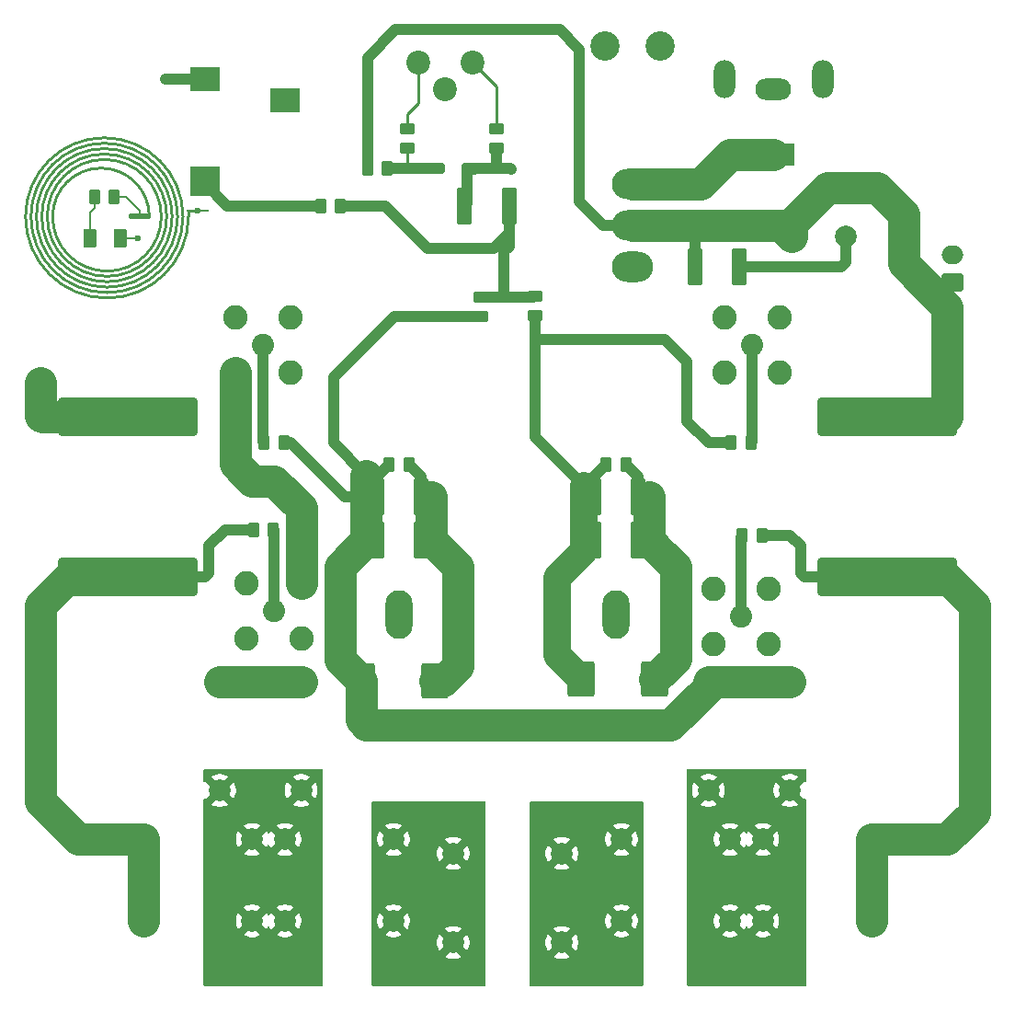
<source format=gtl>
%TF.GenerationSoftware,KiCad,Pcbnew,9.0.0*%
%TF.CreationDate,2025-05-27T01:04:57-04:00*%
%TF.ProjectId,PlasmaTransformer-DualFET,506c6173-6d61-4547-9261-6e73666f726d,rev?*%
%TF.SameCoordinates,Original*%
%TF.FileFunction,Copper,L1,Top*%
%TF.FilePolarity,Positive*%
%FSLAX46Y46*%
G04 Gerber Fmt 4.6, Leading zero omitted, Abs format (unit mm)*
G04 Created by KiCad (PCBNEW 9.0.0) date 2025-05-27 01:04:57*
%MOMM*%
%LPD*%
G01*
G04 APERTURE LIST*
G04 Aperture macros list*
%AMRoundRect*
0 Rectangle with rounded corners*
0 $1 Rounding radius*
0 $2 $3 $4 $5 $6 $7 $8 $9 X,Y pos of 4 corners*
0 Add a 4 corners polygon primitive as box body*
4,1,4,$2,$3,$4,$5,$6,$7,$8,$9,$2,$3,0*
0 Add four circle primitives for the rounded corners*
1,1,$1+$1,$2,$3*
1,1,$1+$1,$4,$5*
1,1,$1+$1,$6,$7*
1,1,$1+$1,$8,$9*
0 Add four rect primitives between the rounded corners*
20,1,$1+$1,$2,$3,$4,$5,0*
20,1,$1+$1,$4,$5,$6,$7,0*
20,1,$1+$1,$6,$7,$8,$9,0*
20,1,$1+$1,$8,$9,$2,$3,0*%
G04 Aperture macros list end*
%TA.AperFunction,EtchedComponent*%
%ADD10C,0.250000*%
%TD*%
%TA.AperFunction,ComponentPad*%
%ADD11O,2.500000X4.500000*%
%TD*%
%TA.AperFunction,ComponentPad*%
%ADD12R,2.500000X4.500000*%
%TD*%
%TA.AperFunction,ComponentPad*%
%ADD13C,2.050000*%
%TD*%
%TA.AperFunction,ComponentPad*%
%ADD14C,2.250000*%
%TD*%
%TA.AperFunction,ComponentPad*%
%ADD15R,2.000000X2.000000*%
%TD*%
%TA.AperFunction,ComponentPad*%
%ADD16C,2.000000*%
%TD*%
%TA.AperFunction,SMDPad,CuDef*%
%ADD17RoundRect,0.250000X-0.262500X-0.450000X0.262500X-0.450000X0.262500X0.450000X-0.262500X0.450000X0*%
%TD*%
%TA.AperFunction,SMDPad,CuDef*%
%ADD18RoundRect,0.250000X0.262500X0.450000X-0.262500X0.450000X-0.262500X-0.450000X0.262500X-0.450000X0*%
%TD*%
%TA.AperFunction,SMDPad,CuDef*%
%ADD19RoundRect,0.250000X-0.450000X0.262500X-0.450000X-0.262500X0.450000X-0.262500X0.450000X0.262500X0*%
%TD*%
%TA.AperFunction,SMDPad,CuDef*%
%ADD20RoundRect,0.250002X6.149998X-1.499998X6.149998X1.499998X-6.149998X1.499998X-6.149998X-1.499998X0*%
%TD*%
%TA.AperFunction,SMDPad,CuDef*%
%ADD21RoundRect,0.250000X1.000000X-1.400000X1.000000X1.400000X-1.000000X1.400000X-1.000000X-1.400000X0*%
%TD*%
%TA.AperFunction,SMDPad,CuDef*%
%ADD22RoundRect,0.249999X0.450001X1.450001X-0.450001X1.450001X-0.450001X-1.450001X0.450001X-1.450001X0*%
%TD*%
%TA.AperFunction,SMDPad,CuDef*%
%ADD23RoundRect,0.249999X-0.450001X-1.450001X0.450001X-1.450001X0.450001X1.450001X-0.450001X1.450001X0*%
%TD*%
%TA.AperFunction,SMDPad,CuDef*%
%ADD24RoundRect,0.250000X0.375000X0.625000X-0.375000X0.625000X-0.375000X-0.625000X0.375000X-0.625000X0*%
%TD*%
%TA.AperFunction,ComponentPad*%
%ADD25O,3.800000X2.800000*%
%TD*%
%TA.AperFunction,ComponentPad*%
%ADD26C,2.700000*%
%TD*%
%TA.AperFunction,SMDPad,CuDef*%
%ADD27RoundRect,0.250002X-6.149998X1.499998X-6.149998X-1.499998X6.149998X-1.499998X6.149998X1.499998X0*%
%TD*%
%TA.AperFunction,ComponentPad*%
%ADD28R,4.000000X2.000000*%
%TD*%
%TA.AperFunction,ComponentPad*%
%ADD29O,3.300000X2.000000*%
%TD*%
%TA.AperFunction,ComponentPad*%
%ADD30O,2.000000X3.500000*%
%TD*%
%TA.AperFunction,ComponentPad*%
%ADD31RoundRect,0.250000X0.750000X-0.600000X0.750000X0.600000X-0.750000X0.600000X-0.750000X-0.600000X0*%
%TD*%
%TA.AperFunction,ComponentPad*%
%ADD32O,2.000000X1.700000*%
%TD*%
%TA.AperFunction,SMDPad,CuDef*%
%ADD33R,2.800000X2.200000*%
%TD*%
%TA.AperFunction,SMDPad,CuDef*%
%ADD34R,2.800000X2.800000*%
%TD*%
%TA.AperFunction,SMDPad,CuDef*%
%ADD35RoundRect,0.250000X-0.250000X-0.250000X0.250000X-0.250000X0.250000X0.250000X-0.250000X0.250000X0*%
%TD*%
%TA.AperFunction,SMDPad,CuDef*%
%ADD36RoundRect,0.250000X0.450000X-0.262500X0.450000X0.262500X-0.450000X0.262500X-0.450000X-0.262500X0*%
%TD*%
%TA.AperFunction,SMDPad,CuDef*%
%ADD37RoundRect,0.062500X-0.937500X-0.062500X0.937500X-0.062500X0.937500X0.062500X-0.937500X0.062500X0*%
%TD*%
%TA.AperFunction,SMDPad,CuDef*%
%ADD38RoundRect,0.075000X-0.925000X-0.175000X0.925000X-0.175000X0.925000X0.175000X-0.925000X0.175000X0*%
%TD*%
%TA.AperFunction,ComponentPad*%
%ADD39C,2.200000*%
%TD*%
%TA.AperFunction,ViaPad*%
%ADD40C,1.000000*%
%TD*%
%TA.AperFunction,ViaPad*%
%ADD41C,0.600000*%
%TD*%
%TA.AperFunction,Conductor*%
%ADD42C,1.000000*%
%TD*%
%TA.AperFunction,Conductor*%
%ADD43C,3.000000*%
%TD*%
%TA.AperFunction,Conductor*%
%ADD44C,2.000000*%
%TD*%
%TA.AperFunction,Conductor*%
%ADD45C,2.500000*%
%TD*%
%TA.AperFunction,Conductor*%
%ADD46C,0.250000*%
%TD*%
%TA.AperFunction,Conductor*%
%ADD47C,0.200000*%
%TD*%
G04 APERTURE END LIST*
D10*
%TO.C,L1*%
X70612500Y-72687500D02*
X71112500Y-72687500D01*
X70612500Y-73187500D02*
X70612500Y-72687500D01*
X55612500Y-73187500D02*
G75*
G02*
X70112500Y-73187500I7250000J0D01*
G01*
X56112500Y-73187500D02*
G75*
G02*
X69612500Y-73187500I6750000J0D01*
G01*
X56612500Y-73187500D02*
G75*
G02*
X69112500Y-73187500I6250000J0D01*
G01*
X57112500Y-73187500D02*
G75*
G02*
X68612500Y-73187500I5750000J0D01*
G01*
X57612500Y-73187500D02*
G75*
G02*
X68112500Y-73187500I5250000J0D01*
G01*
X58112500Y-73187500D02*
G75*
G02*
X67012500Y-73187500I4450000J10112D01*
G01*
X68112500Y-73187500D02*
G75*
G02*
X58112500Y-73187500I-5000000J-25000D01*
G01*
X68612500Y-73187500D02*
G75*
G02*
X57612500Y-73187500I-5500000J0D01*
G01*
X69112500Y-73187500D02*
G75*
G02*
X57112500Y-73187500I-6000000J0D01*
G01*
X69612500Y-73187500D02*
G75*
G02*
X56612500Y-73187500I-6500000J0D01*
G01*
X70112500Y-73187500D02*
G75*
G02*
X56112500Y-73187500I-7000000J0D01*
G01*
X70612500Y-73187500D02*
G75*
G02*
X55612500Y-73187500I-7500000J0D01*
G01*
%TD*%
D11*
%TO.P,Q2,3,S*%
%TO.N,GND*%
X95450000Y-109860000D03*
%TO.P,Q2,2,D*%
%TO.N,/DRAIN2*%
X90000000Y-109860000D03*
D12*
%TO.P,Q2,1,G*%
%TO.N,/GATE2*%
X84550000Y-109860000D03*
%TD*%
D13*
%TO.P,J10,1,In*%
%TO.N,/GATE1-C*%
X122540000Y-85000000D03*
D14*
%TO.P,J10,2,Ext*%
%TO.N,GND*%
X120000000Y-82460000D03*
X120000000Y-87540000D03*
X125080000Y-82460000D03*
X125080000Y-87540000D03*
%TD*%
D13*
%TO.P,J9,1,In*%
%TO.N,/GATE2-C*%
X77500000Y-85040000D03*
D14*
%TO.P,J9,2,Ext*%
%TO.N,GND*%
X74960000Y-82500000D03*
X74960000Y-87580000D03*
X80040000Y-82500000D03*
X80040000Y-87580000D03*
%TD*%
D13*
%TO.P,J4,1,In*%
%TO.N,/DRAIN2-C*%
X78460000Y-109460000D03*
D14*
%TO.P,J4,2,Ext*%
%TO.N,GND*%
X75920000Y-106920000D03*
X75920000Y-112000000D03*
X81000000Y-106920000D03*
X81000000Y-112000000D03*
%TD*%
D13*
%TO.P,J3,1,In*%
%TO.N,/DRAIN1-C*%
X121500000Y-110000000D03*
D14*
%TO.P,J3,2,Ext*%
%TO.N,GND*%
X118960000Y-112540000D03*
X124040000Y-112540000D03*
X118960000Y-107460000D03*
X124040000Y-107460000D03*
%TD*%
D15*
%TO.P,C2,1*%
%TO.N,/VPWR*%
X126132323Y-75000000D03*
D16*
%TO.P,C2,2*%
%TO.N,GND*%
X131132323Y-75000000D03*
%TD*%
%TO.P,C23,1*%
%TO.N,Net-(C15-Pad2)*%
X73500000Y-126000000D03*
%TO.P,C23,2*%
%TO.N,/GATE1*%
X73500000Y-116000000D03*
%TD*%
%TO.P,C22,1*%
%TO.N,Net-(C1-Pad1)*%
X126000000Y-126000000D03*
%TO.P,C22,2*%
%TO.N,/GATE2*%
X126000000Y-116000000D03*
%TD*%
%TO.P,C14,2*%
%TO.N,Net-(C1-Pad1)*%
X123500000Y-138000000D03*
%TO.P,C14,1*%
%TO.N,/DRAIN1*%
X133500000Y-138000000D03*
%TD*%
D17*
%TO.P,R15,1*%
%TO.N,/GATE1*%
X120587500Y-94000000D03*
%TO.P,R15,2*%
%TO.N,/GATE1-C*%
X122412500Y-94000000D03*
%TD*%
D18*
%TO.P,R14,1*%
%TO.N,/GATE2*%
X79412500Y-94000000D03*
%TO.P,R14,2*%
%TO.N,/GATE2-C*%
X77587500Y-94000000D03*
%TD*%
D17*
%TO.P,R12,1*%
%TO.N,/DRAIN2*%
X76587500Y-102000000D03*
%TO.P,R12,2*%
%TO.N,/DRAIN2-C*%
X78412500Y-102000000D03*
%TD*%
%TO.P,R11,1*%
%TO.N,/GATE2*%
X89087500Y-96000000D03*
%TO.P,R11,2*%
%TO.N,GND*%
X90912500Y-96000000D03*
%TD*%
%TO.P,R10,1*%
%TO.N,/GATE1*%
X109087500Y-96000000D03*
%TO.P,R10,2*%
%TO.N,GND*%
X110912500Y-96000000D03*
%TD*%
D19*
%TO.P,R8,1*%
%TO.N,Net-(C11-Pad2)*%
X102500000Y-80487500D03*
%TO.P,R8,2*%
%TO.N,/GATE1*%
X102500000Y-82312500D03*
%TD*%
D20*
%TO.P,L3,2,2*%
%TO.N,/VPWR*%
X65000000Y-91650000D03*
%TO.P,L3,1,1*%
%TO.N,/DRAIN2*%
X65000000Y-106350000D03*
%TD*%
D21*
%TO.P,D4,2,A*%
%TO.N,GND*%
X93300000Y-115900000D03*
%TO.P,D4,1,K*%
%TO.N,/GATE2*%
X86500000Y-115900000D03*
%TD*%
D16*
%TO.P,C21,1*%
%TO.N,Net-(C15-Pad2)*%
X81000000Y-126000000D03*
%TO.P,C21,2*%
%TO.N,/GATE1*%
X81000000Y-116000000D03*
%TD*%
%TO.P,C20,1*%
%TO.N,Net-(C1-Pad1)*%
X118500000Y-126000000D03*
%TO.P,C20,2*%
%TO.N,/GATE2*%
X118500000Y-116000000D03*
%TD*%
D22*
%TO.P,C19,1*%
%TO.N,GND*%
X121350000Y-77800000D03*
%TO.P,C19,2*%
%TO.N,/VPWR*%
X117250000Y-77800000D03*
%TD*%
D16*
%TO.P,C18,1*%
%TO.N,Net-(C15-Pad2)*%
X79500000Y-138000000D03*
%TO.P,C18,2*%
%TO.N,Net-(J12-Pin_1)*%
X89500000Y-138000000D03*
%TD*%
%TO.P,C17,1*%
%TO.N,/DRAIN2*%
X66500000Y-138000000D03*
%TO.P,C17,2*%
%TO.N,Net-(C15-Pad2)*%
X76500000Y-138000000D03*
%TD*%
%TO.P,C16,1*%
%TO.N,Net-(C15-Pad2)*%
X79500000Y-130500000D03*
%TO.P,C16,2*%
%TO.N,Net-(J12-Pin_1)*%
X89500000Y-130500000D03*
%TD*%
%TO.P,C15,1*%
%TO.N,/DRAIN2*%
X66500000Y-130500000D03*
%TO.P,C15,2*%
%TO.N,Net-(C15-Pad2)*%
X76500000Y-130500000D03*
%TD*%
%TO.P,C13,1*%
%TO.N,/DRAIN1*%
X133500000Y-130500000D03*
%TO.P,C13,2*%
%TO.N,Net-(C1-Pad1)*%
X123500000Y-130500000D03*
%TD*%
%TO.P,C12,1*%
%TO.N,Net-(C1-Pad1)*%
X120500000Y-130500000D03*
%TO.P,C12,2*%
%TO.N,Net-(J11-Pin_1)*%
X110500000Y-130500000D03*
%TD*%
D23*
%TO.P,C10,1*%
%TO.N,/GATE2*%
X87950000Y-103000000D03*
%TO.P,C10,2*%
%TO.N,GND*%
X92050000Y-103000000D03*
%TD*%
%TO.P,C9,1*%
%TO.N,/GATE2*%
X87950000Y-99000000D03*
%TO.P,C9,2*%
%TO.N,GND*%
X92050000Y-99000000D03*
%TD*%
%TO.P,C8,1*%
%TO.N,/GATE1*%
X107950000Y-99000000D03*
%TO.P,C8,2*%
%TO.N,GND*%
X112050000Y-99000000D03*
%TD*%
%TO.P,C7,1*%
%TO.N,/GATE1*%
X107950000Y-103000000D03*
%TO.P,C7,2*%
%TO.N,GND*%
X112050000Y-103000000D03*
%TD*%
D16*
%TO.P,C1,1*%
%TO.N,Net-(C1-Pad1)*%
X120500000Y-138000000D03*
%TO.P,C1,2*%
%TO.N,Net-(J11-Pin_1)*%
X110500000Y-138000000D03*
%TD*%
D24*
%TO.P,D3,1,K*%
%TO.N,Net-(D3-K)*%
X64387500Y-75187500D03*
%TO.P,D3,2,A*%
%TO.N,Net-(D3-A)*%
X61587500Y-75187500D03*
%TD*%
D25*
%TO.P,SW1,1,A*%
%TO.N,/VIN*%
X111500000Y-70190000D03*
%TO.P,SW1,2,B*%
%TO.N,/VPWR*%
X111500000Y-74000000D03*
%TO.P,SW1,3,C*%
%TO.N,unconnected-(SW1-C-Pad3)*%
X111500000Y-77810000D03*
D26*
%TO.P,SW1,M1*%
%TO.N,N/C*%
X114040000Y-57490000D03*
%TO.P,SW1,M2*%
X108960000Y-57490000D03*
%TD*%
D18*
%TO.P,R13,1*%
%TO.N,Net-(L1-Pad2)*%
X63800000Y-71387500D03*
%TO.P,R13,2*%
%TO.N,Net-(D3-A)*%
X61975000Y-71387500D03*
%TD*%
D16*
%TO.P,J12,1,Pin_1*%
%TO.N,Net-(J12-Pin_1)*%
X95000000Y-140000000D03*
X95000000Y-131800001D03*
%TD*%
D27*
%TO.P,L2,2,2*%
%TO.N,/DRAIN1*%
X135000000Y-106350000D03*
%TO.P,L2,1,1*%
%TO.N,/VPWR*%
X135000000Y-91650000D03*
%TD*%
D21*
%TO.P,D2,1,K*%
%TO.N,/GATE1*%
X106750000Y-115750000D03*
%TO.P,D2,2,A*%
%TO.N,GND*%
X113550000Y-115750000D03*
%TD*%
D28*
%TO.P,J1,1*%
%TO.N,/VIN*%
X124500000Y-67500000D03*
D29*
%TO.P,J1,2*%
%TO.N,GND*%
X124500000Y-61500000D03*
D30*
%TO.P,J1,MP1*%
%TO.N,N/C*%
X120000000Y-60500000D03*
%TO.P,J1,MP2*%
X129000000Y-60500000D03*
%TD*%
D17*
%TO.P,R2,1*%
%TO.N,/VPWR*%
X87087500Y-68750000D03*
%TO.P,R2,2*%
%TO.N,Net-(D1-K)*%
X88912500Y-68750000D03*
%TD*%
D23*
%TO.P,C11,1*%
%TO.N,GND*%
X96050000Y-72200000D03*
%TO.P,C11,2*%
%TO.N,Net-(C11-Pad2)*%
X100150000Y-72200000D03*
%TD*%
D19*
%TO.P,R4,1*%
%TO.N,Net-(R4-Pad1)*%
X99000000Y-65087500D03*
%TO.P,R4,2*%
%TO.N,GND*%
X99000000Y-66912500D03*
%TD*%
D16*
%TO.P,J11,1,Pin_1*%
%TO.N,Net-(J11-Pin_1)*%
X105000000Y-140000000D03*
X105000000Y-131800001D03*
%TD*%
D31*
%TO.P,J2,1,Pin_1*%
%TO.N,/VPWR*%
X140975000Y-79250000D03*
D32*
%TO.P,J2,2,Pin_2*%
%TO.N,GND*%
X140975000Y-76750000D03*
%TD*%
D33*
%TO.P,J8,R*%
%TO.N,unconnected-(J8-PadR)*%
X79500000Y-62500000D03*
%TO.P,J8,S*%
%TO.N,GND*%
X72100000Y-60500000D03*
D34*
%TO.P,J8,T*%
%TO.N,Net-(J8-PadT)*%
X72100000Y-69900000D03*
%TD*%
D35*
%TO.P,D1,1,K*%
%TO.N,Net-(D1-K)*%
X93750000Y-68750000D03*
%TO.P,D1,2,A*%
%TO.N,GND*%
X96250000Y-68750000D03*
%TD*%
D36*
%TO.P,R3,1*%
%TO.N,Net-(D1-K)*%
X90750000Y-66912500D03*
%TO.P,R3,2*%
%TO.N,Net-(R3-Pad2)*%
X90750000Y-65087500D03*
%TD*%
D37*
%TO.P,L1,1,1*%
%TO.N,Net-(D3-K)*%
X71462500Y-72687500D03*
D38*
%TO.P,L1,2,2*%
%TO.N,Net-(L1-Pad2)*%
X66112500Y-73187500D03*
%TD*%
D17*
%TO.P,R9,1*%
%TO.N,Net-(J8-PadT)*%
X82787500Y-72200000D03*
%TO.P,R9,2*%
%TO.N,Net-(C11-Pad2)*%
X84612500Y-72200000D03*
%TD*%
D39*
%TO.P,RV1,1,1*%
%TO.N,Net-(R3-Pad2)*%
X91750000Y-59000000D03*
%TO.P,RV1,2,2*%
%TO.N,Net-(C11-Pad2)*%
X94250000Y-61500000D03*
%TO.P,RV1,3,3*%
%TO.N,Net-(R4-Pad1)*%
X96750000Y-59000000D03*
%TD*%
D19*
%TO.P,R5,1*%
%TO.N,Net-(C11-Pad2)*%
X97500000Y-80587500D03*
%TO.P,R5,2*%
%TO.N,/GATE2*%
X97500000Y-82412500D03*
%TD*%
D11*
%TO.P,Q1,3,S*%
%TO.N,GND*%
X115450000Y-109790000D03*
%TO.P,Q1,2,D*%
%TO.N,/DRAIN1*%
X110000000Y-109790000D03*
D12*
%TO.P,Q1,1,G*%
%TO.N,/GATE1*%
X104550000Y-109790000D03*
%TD*%
D18*
%TO.P,R7,2*%
%TO.N,/DRAIN1-C*%
X121587500Y-102500000D03*
%TO.P,R7,1*%
%TO.N,/DRAIN1*%
X123412500Y-102500000D03*
%TD*%
D40*
%TO.N,/VPWR*%
X57001000Y-92000000D03*
X57000000Y-88500000D03*
%TO.N,Net-(C11-Pad2)*%
X100150000Y-74700000D03*
%TO.N,/DRAIN1*%
X143000000Y-126000000D03*
X143000000Y-118000000D03*
X143000000Y-111000000D03*
%TO.N,/DRAIN2*%
X57000000Y-126000000D03*
X57000000Y-118000000D03*
X57000000Y-111000000D03*
%TO.N,GND*%
X68500000Y-60500000D03*
X100250000Y-68750000D03*
D41*
%TO.N,Net-(D3-K)*%
X65987500Y-75187500D03*
X71462500Y-72687500D03*
%TD*%
D42*
%TO.N,Net-(C11-Pad2)*%
X92600000Y-76100000D02*
X88700000Y-72200000D01*
X98750000Y-76100000D02*
X92600000Y-76100000D01*
X88700000Y-72200000D02*
X84612500Y-72200000D01*
X100150000Y-74700000D02*
X98750000Y-76100000D01*
%TO.N,Net-(J8-PadT)*%
X72100000Y-70100000D02*
X74200000Y-72200000D01*
X72100000Y-69900000D02*
X72100000Y-70100000D01*
X74200000Y-72200000D02*
X82787500Y-72200000D01*
D43*
%TO.N,GND*%
X74960000Y-95960000D02*
X76500000Y-97500000D01*
X76500000Y-97500000D02*
X78500000Y-97500000D01*
X78500000Y-97500000D02*
X81000000Y-100000000D01*
X74960000Y-87580000D02*
X74960000Y-95960000D01*
X81000000Y-100000000D02*
X81000000Y-106920000D01*
%TO.N,/VPWR*%
X57000000Y-91500000D02*
X57000000Y-88500000D01*
X57150000Y-91650000D02*
X57000000Y-91500000D01*
X65000000Y-91650000D02*
X57150000Y-91650000D01*
X136500000Y-77500000D02*
X140500000Y-81500000D01*
X140500000Y-81500000D02*
X140500000Y-91650000D01*
X136500000Y-73000000D02*
X136500000Y-77500000D01*
X129500000Y-70500000D02*
X134000000Y-70500000D01*
X134000000Y-70500000D02*
X136500000Y-73000000D01*
X126132323Y-73867677D02*
X129500000Y-70500000D01*
X140500000Y-91650000D02*
X135000000Y-91650000D01*
X126132323Y-75000000D02*
X126132323Y-73867677D01*
X117200000Y-74000000D02*
X125132323Y-74000000D01*
D42*
X87087500Y-58600000D02*
X87087500Y-68750000D01*
X106600000Y-57800000D02*
X104801000Y-56001000D01*
X104801000Y-56001000D02*
X89686500Y-56001000D01*
X89686500Y-56001000D02*
X87087500Y-58600000D01*
X108800000Y-74000000D02*
X106600000Y-71800000D01*
X111500000Y-74000000D02*
X108800000Y-74000000D01*
X106600000Y-71800000D02*
X106600000Y-57800000D01*
%TO.N,GND*%
X96250000Y-72000000D02*
X96050000Y-72200000D01*
X96250000Y-68750000D02*
X96250000Y-72000000D01*
%TO.N,Net-(C11-Pad2)*%
X100150000Y-75950000D02*
X100150000Y-72200000D01*
X99700000Y-76400000D02*
X100150000Y-75950000D01*
X99700000Y-80587500D02*
X99700000Y-76400000D01*
X99700000Y-80587500D02*
X102400000Y-80587500D01*
%TO.N,GND*%
X131132323Y-77367677D02*
X131132323Y-75000000D01*
X121350000Y-77800000D02*
X130700000Y-77800000D01*
X130700000Y-77800000D02*
X131132323Y-77367677D01*
%TO.N,/VPWR*%
X117250000Y-74050000D02*
X117200000Y-74000000D01*
X117250000Y-77800000D02*
X117250000Y-74050000D01*
%TO.N,GND*%
X97000000Y-68750000D02*
X96950000Y-68800000D01*
X97000000Y-68750000D02*
X99000000Y-68750000D01*
%TO.N,Net-(C11-Pad2)*%
X102400000Y-80587500D02*
X102500000Y-80487500D01*
X97500000Y-80587500D02*
X99700000Y-80587500D01*
%TO.N,/GATE1*%
X116500000Y-86500000D02*
X116500000Y-92000000D01*
X116500000Y-92000000D02*
X118500000Y-94000000D01*
X114500000Y-84500000D02*
X116500000Y-86500000D01*
X118500000Y-94000000D02*
X120587500Y-94000000D01*
X102500000Y-84500000D02*
X114500000Y-84500000D01*
X102500000Y-84500000D02*
X102500000Y-93500000D01*
%TO.N,/GATE2*%
X84000000Y-94000000D02*
X87000000Y-97000000D01*
X84000000Y-88000000D02*
X84000000Y-94000000D01*
X89587500Y-82412500D02*
X84000000Y-88000000D01*
D43*
X87000000Y-103000000D02*
X84550000Y-105450000D01*
X84550000Y-105450000D02*
X84550000Y-109860000D01*
D42*
X97500000Y-82412500D02*
X89587500Y-82412500D01*
D43*
X87000000Y-97000000D02*
X87000000Y-103000000D01*
D42*
%TO.N,/GATE1*%
X102500000Y-93500000D02*
X107000000Y-98000000D01*
X102500000Y-82312500D02*
X102500000Y-84500000D01*
%TO.N,/GATE2*%
X80000000Y-94000000D02*
X85000000Y-99000000D01*
X79412500Y-94000000D02*
X80000000Y-94000000D01*
X85000000Y-99000000D02*
X87950000Y-99000000D01*
%TO.N,/GATE2-C*%
X77500000Y-93912500D02*
X77587500Y-94000000D01*
X77500000Y-85040000D02*
X77500000Y-93912500D01*
%TO.N,/GATE1-C*%
X122540000Y-93872500D02*
X122412500Y-94000000D01*
X122540000Y-85000000D02*
X122540000Y-93872500D01*
%TO.N,/DRAIN1*%
X127000000Y-106000000D02*
X127350000Y-106350000D01*
X127000000Y-103500000D02*
X127000000Y-106000000D01*
X127350000Y-106350000D02*
X135000000Y-106350000D01*
X126000000Y-102500000D02*
X127000000Y-103500000D01*
X123412500Y-102500000D02*
X126000000Y-102500000D01*
%TO.N,/DRAIN1-C*%
X121500000Y-110000000D02*
X121500000Y-102712500D01*
%TO.N,/DRAIN2*%
X72500000Y-106000000D02*
X72150000Y-106350000D01*
X72500000Y-103500000D02*
X72500000Y-106000000D01*
X74000000Y-102000000D02*
X72500000Y-103500000D01*
X76587500Y-102000000D02*
X74000000Y-102000000D01*
X72150000Y-106350000D02*
X65000000Y-106350000D01*
D43*
X57000000Y-126000000D02*
X57000000Y-127000000D01*
X57000000Y-118000000D02*
X57000000Y-126000000D01*
X57000000Y-111000000D02*
X57000000Y-118000000D01*
D42*
%TO.N,/DRAIN2-C*%
X78460000Y-102047500D02*
X78412500Y-102000000D01*
X78460000Y-109460000D02*
X78460000Y-102047500D01*
D43*
%TO.N,/GATE2*%
X86500000Y-119500000D02*
X86500000Y-115900000D01*
D44*
X87000000Y-120000000D02*
X86500000Y-119500000D01*
D43*
X118500000Y-116500000D02*
X115000000Y-120000000D01*
X115000000Y-120000000D02*
X87000000Y-120000000D01*
D44*
X118500000Y-116000000D02*
X118500000Y-116500000D01*
D43*
%TO.N,/DRAIN1*%
X140500000Y-130500000D02*
X133500000Y-130500000D01*
X142999000Y-128001000D02*
X140500000Y-130500000D01*
X142999000Y-108999000D02*
X142999000Y-128001000D01*
X140350000Y-106350000D02*
X142999000Y-108999000D01*
X135000000Y-106350000D02*
X140350000Y-106350000D01*
%TO.N,/DRAIN2*%
X57000000Y-127000000D02*
X60500000Y-130500000D01*
X59650000Y-106350000D02*
X57000000Y-109000000D01*
X65000000Y-106350000D02*
X59650000Y-106350000D01*
X57000000Y-109000000D02*
X57000000Y-111000000D01*
X60500000Y-130500000D02*
X66500000Y-130500000D01*
D42*
%TO.N,/GATE2*%
X87950000Y-97137500D02*
X87950000Y-99000000D01*
X89087500Y-96000000D02*
X87950000Y-97137500D01*
%TO.N,GND*%
X92050000Y-97137500D02*
X90912500Y-96000000D01*
X92050000Y-99000000D02*
X92050000Y-97137500D01*
%TO.N,/GATE1*%
X107950000Y-97137500D02*
X109087500Y-96000000D01*
X107950000Y-99000000D02*
X107950000Y-97137500D01*
%TO.N,GND*%
X112050000Y-97137500D02*
X110912500Y-96000000D01*
X112050000Y-99000000D02*
X112050000Y-97137500D01*
D45*
%TO.N,/GATE1*%
X107000000Y-104000000D02*
X107000000Y-98000000D01*
X104550000Y-106450000D02*
X107000000Y-104000000D01*
X104550000Y-109790000D02*
X104550000Y-106450000D01*
D43*
%TO.N,GND*%
X114000000Y-104000000D02*
X113000000Y-103000000D01*
X115450000Y-105450000D02*
X114000000Y-104000000D01*
X113000000Y-103000000D02*
X113000000Y-99000000D01*
X115450000Y-109790000D02*
X115450000Y-105450000D01*
X93000000Y-103000000D02*
X93000000Y-99000000D01*
X94000000Y-104000000D02*
X93000000Y-103000000D01*
X95450000Y-105450000D02*
X94000000Y-104000000D01*
X95450000Y-109860000D02*
X95450000Y-105450000D01*
%TO.N,/GATE2*%
X118500000Y-116000000D02*
X126000000Y-116000000D01*
%TO.N,/GATE1*%
X73500000Y-116000000D02*
X81000000Y-116000000D01*
%TO.N,/GATE2*%
X84550000Y-113950000D02*
X86500000Y-115900000D01*
X84550000Y-109860000D02*
X84550000Y-113950000D01*
%TO.N,GND*%
X94100000Y-115900000D02*
X95450000Y-114550000D01*
X95450000Y-114550000D02*
X95450000Y-109860000D01*
X93300000Y-115900000D02*
X94100000Y-115900000D01*
%TO.N,/DRAIN1*%
X133500000Y-135000000D02*
X133500000Y-138000000D01*
X133500000Y-130500000D02*
X133500000Y-135000000D01*
%TO.N,/DRAIN2*%
X66500000Y-134000000D02*
X66500000Y-138000000D01*
X66500000Y-130500000D02*
X66500000Y-134000000D01*
%TO.N,/VPWR*%
X125132323Y-74000000D02*
X126132323Y-75000000D01*
X111500000Y-74000000D02*
X117200000Y-74000000D01*
D42*
%TO.N,GND*%
X99000000Y-68750000D02*
X100250000Y-68750000D01*
X100300000Y-68800000D02*
X100250000Y-68750000D01*
X96250000Y-68750000D02*
X97000000Y-68750000D01*
D43*
X115450000Y-113850000D02*
X113550000Y-115750000D01*
D42*
X72100000Y-60500000D02*
X68500000Y-60500000D01*
X99000000Y-66912500D02*
X99000000Y-68750000D01*
D43*
X115450000Y-109790000D02*
X115450000Y-113850000D01*
D42*
%TO.N,Net-(D1-K)*%
X90750000Y-68750000D02*
X88912500Y-68750000D01*
D46*
X90750000Y-66912500D02*
X90750000Y-68750000D01*
D42*
X93750000Y-68750000D02*
X90750000Y-68750000D01*
D46*
%TO.N,Net-(R3-Pad2)*%
X91750000Y-59000000D02*
X91750000Y-62750000D01*
X91750000Y-62750000D02*
X90750000Y-63750000D01*
X90750000Y-63750000D02*
X90750000Y-65087500D01*
%TO.N,Net-(R4-Pad1)*%
X96750000Y-59000000D02*
X99000000Y-61250000D01*
X99000000Y-61250000D02*
X99000000Y-65087500D01*
D43*
%TO.N,/VIN*%
X120500000Y-67500000D02*
X124500000Y-67500000D01*
X111500000Y-70190000D02*
X117810000Y-70190000D01*
X117810000Y-70190000D02*
X120500000Y-67500000D01*
D47*
%TO.N,Net-(D3-A)*%
X61587500Y-72787500D02*
X61587500Y-75187500D01*
X61975000Y-72400000D02*
X61587500Y-72787500D01*
X61975000Y-71387500D02*
X61975000Y-72400000D01*
%TO.N,Net-(D3-K)*%
X64387500Y-75187500D02*
X65987500Y-75187500D01*
%TO.N,Net-(L1-Pad2)*%
X64887500Y-71387500D02*
X66112500Y-72612500D01*
X66112500Y-72612500D02*
X66112500Y-73187500D01*
X63800000Y-71387500D02*
X64887500Y-71387500D01*
D45*
%TO.N,/GATE1*%
X104550000Y-113550000D02*
X106750000Y-115750000D01*
X104550000Y-109790000D02*
X104550000Y-113550000D01*
%TD*%
%TA.AperFunction,Conductor*%
%TO.N,Net-(J11-Pin_1)*%
G36*
X112443039Y-127019685D02*
G01*
X112488794Y-127072489D01*
X112500000Y-127124000D01*
X112500000Y-143876000D01*
X112480315Y-143943039D01*
X112427511Y-143988794D01*
X112376000Y-144000000D01*
X102124000Y-144000000D01*
X102056961Y-143980315D01*
X102011206Y-143927511D01*
X102000000Y-143876000D01*
X102000000Y-139881947D01*
X103500000Y-139881947D01*
X103500000Y-140118052D01*
X103536934Y-140351247D01*
X103609897Y-140575802D01*
X103705748Y-140763920D01*
X104359232Y-140110436D01*
X104374979Y-140189598D01*
X104423978Y-140307890D01*
X104495112Y-140414351D01*
X104585649Y-140504888D01*
X104692110Y-140576022D01*
X104810402Y-140625021D01*
X104889562Y-140640766D01*
X104236078Y-141294250D01*
X104424197Y-141390102D01*
X104648752Y-141463065D01*
X104648751Y-141463065D01*
X104881948Y-141500000D01*
X105118052Y-141500000D01*
X105351247Y-141463065D01*
X105575802Y-141390102D01*
X105763920Y-141294250D01*
X105110436Y-140640766D01*
X105189598Y-140625021D01*
X105307890Y-140576022D01*
X105414351Y-140504888D01*
X105504888Y-140414351D01*
X105576022Y-140307890D01*
X105625021Y-140189598D01*
X105640766Y-140110436D01*
X106294250Y-140763920D01*
X106390102Y-140575802D01*
X106463065Y-140351247D01*
X106500000Y-140118052D01*
X106500000Y-139881947D01*
X106463065Y-139648752D01*
X106390102Y-139424197D01*
X106330663Y-139307541D01*
X106323891Y-139294250D01*
X109736078Y-139294250D01*
X109924197Y-139390102D01*
X110148752Y-139463065D01*
X110148751Y-139463065D01*
X110381948Y-139500000D01*
X110618052Y-139500000D01*
X110851247Y-139463065D01*
X111075802Y-139390102D01*
X111263920Y-139294250D01*
X110500000Y-138530330D01*
X109736078Y-139294250D01*
X106323891Y-139294250D01*
X106294250Y-139236078D01*
X105640766Y-139889562D01*
X105625021Y-139810402D01*
X105576022Y-139692110D01*
X105504888Y-139585649D01*
X105414351Y-139495112D01*
X105307890Y-139423978D01*
X105189598Y-139374979D01*
X105110437Y-139359233D01*
X105763920Y-138705748D01*
X105575802Y-138609897D01*
X105351247Y-138536934D01*
X105351248Y-138536934D01*
X105118052Y-138500000D01*
X104881948Y-138500000D01*
X104648752Y-138536934D01*
X104424194Y-138609898D01*
X104236078Y-138705747D01*
X104236077Y-138705747D01*
X104889563Y-139359233D01*
X104810402Y-139374979D01*
X104692110Y-139423978D01*
X104585649Y-139495112D01*
X104495112Y-139585649D01*
X104423978Y-139692110D01*
X104374979Y-139810402D01*
X104359233Y-139889563D01*
X103705747Y-139236077D01*
X103705747Y-139236078D01*
X103609898Y-139424194D01*
X103536934Y-139648752D01*
X103500000Y-139881947D01*
X102000000Y-139881947D01*
X102000000Y-137881947D01*
X109000000Y-137881947D01*
X109000000Y-138118052D01*
X109036934Y-138351247D01*
X109109897Y-138575802D01*
X109205748Y-138763920D01*
X109969670Y-138000000D01*
X109903844Y-137934174D01*
X110000000Y-137934174D01*
X110000000Y-138065826D01*
X110034075Y-138192993D01*
X110099901Y-138307007D01*
X110192993Y-138400099D01*
X110307007Y-138465925D01*
X110434174Y-138500000D01*
X110565826Y-138500000D01*
X110692993Y-138465925D01*
X110807007Y-138400099D01*
X110900099Y-138307007D01*
X110965925Y-138192993D01*
X111000000Y-138065826D01*
X111000000Y-137999999D01*
X111030330Y-137999999D01*
X111030330Y-138000000D01*
X111794250Y-138763920D01*
X111890102Y-138575802D01*
X111963065Y-138351247D01*
X112000000Y-138118052D01*
X112000000Y-137881947D01*
X111963065Y-137648752D01*
X111890102Y-137424197D01*
X111794250Y-137236078D01*
X111030330Y-137999999D01*
X111000000Y-137999999D01*
X111000000Y-137934174D01*
X110965925Y-137807007D01*
X110900099Y-137692993D01*
X110807007Y-137599901D01*
X110692993Y-137534075D01*
X110565826Y-137500000D01*
X110434174Y-137500000D01*
X110307007Y-137534075D01*
X110192993Y-137599901D01*
X110099901Y-137692993D01*
X110034075Y-137807007D01*
X110000000Y-137934174D01*
X109903844Y-137934174D01*
X109205747Y-137236077D01*
X109205747Y-137236078D01*
X109109898Y-137424194D01*
X109036934Y-137648752D01*
X109000000Y-137881947D01*
X102000000Y-137881947D01*
X102000000Y-136705747D01*
X109736077Y-136705747D01*
X110500000Y-137469670D01*
X110500001Y-137469670D01*
X111263920Y-136705748D01*
X111075802Y-136609897D01*
X110851247Y-136536934D01*
X110851248Y-136536934D01*
X110618052Y-136500000D01*
X110381948Y-136500000D01*
X110148752Y-136536934D01*
X109924194Y-136609898D01*
X109736078Y-136705747D01*
X109736077Y-136705747D01*
X102000000Y-136705747D01*
X102000000Y-131681948D01*
X103500000Y-131681948D01*
X103500000Y-131918053D01*
X103536934Y-132151248D01*
X103609897Y-132375803D01*
X103705748Y-132563921D01*
X104359232Y-131910437D01*
X104374979Y-131989599D01*
X104423978Y-132107891D01*
X104495112Y-132214352D01*
X104585649Y-132304889D01*
X104692110Y-132376023D01*
X104810402Y-132425022D01*
X104889562Y-132440767D01*
X104236078Y-133094251D01*
X104424197Y-133190103D01*
X104648752Y-133263066D01*
X104648751Y-133263066D01*
X104881948Y-133300001D01*
X105118052Y-133300001D01*
X105351247Y-133263066D01*
X105575802Y-133190103D01*
X105763920Y-133094251D01*
X105110436Y-132440767D01*
X105189598Y-132425022D01*
X105307890Y-132376023D01*
X105414351Y-132304889D01*
X105504888Y-132214352D01*
X105576022Y-132107891D01*
X105625021Y-131989599D01*
X105640766Y-131910437D01*
X106294250Y-132563921D01*
X106390102Y-132375803D01*
X106463065Y-132151248D01*
X106500000Y-131918053D01*
X106500000Y-131794250D01*
X109736078Y-131794250D01*
X109924197Y-131890102D01*
X110148752Y-131963065D01*
X110148751Y-131963065D01*
X110381948Y-132000000D01*
X110618052Y-132000000D01*
X110851247Y-131963065D01*
X111075802Y-131890102D01*
X111263920Y-131794250D01*
X110500000Y-131030330D01*
X109736078Y-131794250D01*
X106500000Y-131794250D01*
X106500000Y-131681948D01*
X106463065Y-131448753D01*
X106390102Y-131224198D01*
X106294250Y-131036079D01*
X105640766Y-131689563D01*
X105625021Y-131610403D01*
X105576022Y-131492111D01*
X105504888Y-131385650D01*
X105414351Y-131295113D01*
X105307890Y-131223979D01*
X105189598Y-131174980D01*
X105110437Y-131159234D01*
X105763920Y-130505749D01*
X105728223Y-130487560D01*
X105575802Y-130409898D01*
X105489778Y-130381947D01*
X109000000Y-130381947D01*
X109000000Y-130618052D01*
X109036934Y-130851247D01*
X109109897Y-131075802D01*
X109205748Y-131263920D01*
X109969670Y-130500000D01*
X109903844Y-130434174D01*
X110000000Y-130434174D01*
X110000000Y-130565826D01*
X110034075Y-130692993D01*
X110099901Y-130807007D01*
X110192993Y-130900099D01*
X110307007Y-130965925D01*
X110434174Y-131000000D01*
X110565826Y-131000000D01*
X110692993Y-130965925D01*
X110807007Y-130900099D01*
X110900099Y-130807007D01*
X110965925Y-130692993D01*
X111000000Y-130565826D01*
X111000000Y-130499999D01*
X111030330Y-130499999D01*
X111030330Y-130500000D01*
X111794250Y-131263920D01*
X111890102Y-131075802D01*
X111963065Y-130851247D01*
X112000000Y-130618052D01*
X112000000Y-130381947D01*
X111963065Y-130148752D01*
X111890102Y-129924197D01*
X111794250Y-129736078D01*
X111030330Y-130499999D01*
X111000000Y-130499999D01*
X111000000Y-130434174D01*
X110965925Y-130307007D01*
X110900099Y-130192993D01*
X110807007Y-130099901D01*
X110692993Y-130034075D01*
X110565826Y-130000000D01*
X110434174Y-130000000D01*
X110307007Y-130034075D01*
X110192993Y-130099901D01*
X110099901Y-130192993D01*
X110034075Y-130307007D01*
X110000000Y-130434174D01*
X109903844Y-130434174D01*
X109205747Y-129736077D01*
X109205747Y-129736078D01*
X109109898Y-129924194D01*
X109036934Y-130148752D01*
X109000000Y-130381947D01*
X105489778Y-130381947D01*
X105351247Y-130336935D01*
X105351248Y-130336935D01*
X105118052Y-130300001D01*
X104881948Y-130300001D01*
X104648752Y-130336935D01*
X104424194Y-130409899D01*
X104236078Y-130505748D01*
X104236077Y-130505748D01*
X104889563Y-131159234D01*
X104810402Y-131174980D01*
X104692110Y-131223979D01*
X104585649Y-131295113D01*
X104495112Y-131385650D01*
X104423978Y-131492111D01*
X104374979Y-131610403D01*
X104359233Y-131689564D01*
X103705747Y-131036078D01*
X103705747Y-131036079D01*
X103609898Y-131224195D01*
X103536934Y-131448753D01*
X103500000Y-131681948D01*
X102000000Y-131681948D01*
X102000000Y-129205747D01*
X109736077Y-129205747D01*
X110500000Y-129969670D01*
X110500001Y-129969670D01*
X111263920Y-129205748D01*
X111075802Y-129109897D01*
X110851247Y-129036934D01*
X110851248Y-129036934D01*
X110618052Y-129000000D01*
X110381948Y-129000000D01*
X110148752Y-129036934D01*
X109924194Y-129109898D01*
X109736078Y-129205747D01*
X109736077Y-129205747D01*
X102000000Y-129205747D01*
X102000000Y-127124000D01*
X102019685Y-127056961D01*
X102072489Y-127011206D01*
X102124000Y-127000000D01*
X112376000Y-127000000D01*
X112443039Y-127019685D01*
G37*
%TD.AperFunction*%
%TD*%
%TA.AperFunction,Conductor*%
%TO.N,Net-(C1-Pad1)*%
G36*
X127443039Y-124019685D02*
G01*
X127488794Y-124072489D01*
X127500000Y-124124000D01*
X127500000Y-125123479D01*
X127480315Y-125190518D01*
X127427511Y-125236273D01*
X127358353Y-125246217D01*
X127356603Y-125245953D01*
X127294251Y-125236077D01*
X126530330Y-125999999D01*
X126530330Y-126000000D01*
X127294251Y-126763921D01*
X127356602Y-126754046D01*
X127425896Y-126763001D01*
X127479348Y-126807997D01*
X127499987Y-126874748D01*
X127500000Y-126876519D01*
X127500000Y-143876000D01*
X127480315Y-143943039D01*
X127427511Y-143988794D01*
X127376000Y-144000000D01*
X116624000Y-144000000D01*
X116556961Y-143980315D01*
X116511206Y-143927511D01*
X116500000Y-143876000D01*
X116500000Y-139294250D01*
X119736078Y-139294250D01*
X119924197Y-139390102D01*
X120148752Y-139463065D01*
X120148751Y-139463065D01*
X120381948Y-139500000D01*
X120618052Y-139500000D01*
X120851247Y-139463065D01*
X121075802Y-139390102D01*
X121263920Y-139294250D01*
X122736078Y-139294250D01*
X122924197Y-139390102D01*
X123148752Y-139463065D01*
X123148751Y-139463065D01*
X123381948Y-139500000D01*
X123618052Y-139500000D01*
X123851247Y-139463065D01*
X124075802Y-139390102D01*
X124263920Y-139294250D01*
X123500000Y-138530330D01*
X122736078Y-139294250D01*
X121263920Y-139294250D01*
X120500000Y-138530330D01*
X119736078Y-139294250D01*
X116500000Y-139294250D01*
X116500000Y-137881947D01*
X119000000Y-137881947D01*
X119000000Y-138118052D01*
X119036934Y-138351247D01*
X119109897Y-138575802D01*
X119205748Y-138763920D01*
X119969670Y-138000000D01*
X119903844Y-137934174D01*
X120000000Y-137934174D01*
X120000000Y-138065826D01*
X120034075Y-138192993D01*
X120099901Y-138307007D01*
X120192993Y-138400099D01*
X120307007Y-138465925D01*
X120434174Y-138500000D01*
X120565826Y-138500000D01*
X120692993Y-138465925D01*
X120807007Y-138400099D01*
X120900099Y-138307007D01*
X120965925Y-138192993D01*
X121000000Y-138065826D01*
X121000000Y-137999999D01*
X121030330Y-137999999D01*
X121030330Y-138000000D01*
X121794250Y-138763920D01*
X121889514Y-138576956D01*
X121937488Y-138526160D01*
X122005309Y-138509365D01*
X122071444Y-138531902D01*
X122110484Y-138576956D01*
X122205747Y-138763920D01*
X122969670Y-138000000D01*
X122903844Y-137934174D01*
X123000000Y-137934174D01*
X123000000Y-138065826D01*
X123034075Y-138192993D01*
X123099901Y-138307007D01*
X123192993Y-138400099D01*
X123307007Y-138465925D01*
X123434174Y-138500000D01*
X123565826Y-138500000D01*
X123692993Y-138465925D01*
X123807007Y-138400099D01*
X123900099Y-138307007D01*
X123965925Y-138192993D01*
X124000000Y-138065826D01*
X124000000Y-137999999D01*
X124030330Y-137999999D01*
X124030330Y-138000000D01*
X124794250Y-138763920D01*
X124890102Y-138575802D01*
X124963065Y-138351247D01*
X125000000Y-138118052D01*
X125000000Y-137881947D01*
X124963065Y-137648752D01*
X124890102Y-137424197D01*
X124794250Y-137236078D01*
X124030330Y-137999999D01*
X124000000Y-137999999D01*
X124000000Y-137934174D01*
X123965925Y-137807007D01*
X123900099Y-137692993D01*
X123807007Y-137599901D01*
X123692993Y-137534075D01*
X123565826Y-137500000D01*
X123434174Y-137500000D01*
X123307007Y-137534075D01*
X123192993Y-137599901D01*
X123099901Y-137692993D01*
X123034075Y-137807007D01*
X123000000Y-137934174D01*
X122903844Y-137934174D01*
X122205747Y-137236077D01*
X122110484Y-137423043D01*
X122062509Y-137473839D01*
X121994688Y-137490634D01*
X121928553Y-137468097D01*
X121889514Y-137423043D01*
X121794250Y-137236078D01*
X121030330Y-137999999D01*
X121000000Y-137999999D01*
X121000000Y-137934174D01*
X120965925Y-137807007D01*
X120900099Y-137692993D01*
X120807007Y-137599901D01*
X120692993Y-137534075D01*
X120565826Y-137500000D01*
X120434174Y-137500000D01*
X120307007Y-137534075D01*
X120192993Y-137599901D01*
X120099901Y-137692993D01*
X120034075Y-137807007D01*
X120000000Y-137934174D01*
X119903844Y-137934174D01*
X119205747Y-137236077D01*
X119205747Y-137236078D01*
X119109898Y-137424194D01*
X119036934Y-137648752D01*
X119000000Y-137881947D01*
X116500000Y-137881947D01*
X116500000Y-136705747D01*
X119736077Y-136705747D01*
X120500000Y-137469670D01*
X120500001Y-137469670D01*
X121263920Y-136705748D01*
X121263918Y-136705747D01*
X122736077Y-136705747D01*
X123500000Y-137469670D01*
X123500001Y-137469670D01*
X124263920Y-136705748D01*
X124075802Y-136609897D01*
X123851247Y-136536934D01*
X123851248Y-136536934D01*
X123618052Y-136500000D01*
X123381948Y-136500000D01*
X123148752Y-136536934D01*
X122924194Y-136609898D01*
X122736078Y-136705747D01*
X122736077Y-136705747D01*
X121263918Y-136705747D01*
X121075802Y-136609897D01*
X120851247Y-136536934D01*
X120851248Y-136536934D01*
X120618052Y-136500000D01*
X120381948Y-136500000D01*
X120148752Y-136536934D01*
X119924194Y-136609898D01*
X119736078Y-136705747D01*
X119736077Y-136705747D01*
X116500000Y-136705747D01*
X116500000Y-131794250D01*
X119736078Y-131794250D01*
X119924197Y-131890102D01*
X120148752Y-131963065D01*
X120148751Y-131963065D01*
X120381948Y-132000000D01*
X120618052Y-132000000D01*
X120851247Y-131963065D01*
X121075802Y-131890102D01*
X121263920Y-131794250D01*
X122736078Y-131794250D01*
X122924197Y-131890102D01*
X123148752Y-131963065D01*
X123148751Y-131963065D01*
X123381948Y-132000000D01*
X123618052Y-132000000D01*
X123851247Y-131963065D01*
X124075802Y-131890102D01*
X124263920Y-131794250D01*
X123500000Y-131030330D01*
X122736078Y-131794250D01*
X121263920Y-131794250D01*
X120500000Y-131030330D01*
X119736078Y-131794250D01*
X116500000Y-131794250D01*
X116500000Y-130381947D01*
X119000000Y-130381947D01*
X119000000Y-130618052D01*
X119036934Y-130851247D01*
X119109897Y-131075802D01*
X119205748Y-131263920D01*
X119969670Y-130500000D01*
X119903844Y-130434174D01*
X120000000Y-130434174D01*
X120000000Y-130565826D01*
X120034075Y-130692993D01*
X120099901Y-130807007D01*
X120192993Y-130900099D01*
X120307007Y-130965925D01*
X120434174Y-131000000D01*
X120565826Y-131000000D01*
X120692993Y-130965925D01*
X120807007Y-130900099D01*
X120900099Y-130807007D01*
X120965925Y-130692993D01*
X121000000Y-130565826D01*
X121000000Y-130499999D01*
X121030330Y-130499999D01*
X121030330Y-130500000D01*
X121794250Y-131263920D01*
X121889514Y-131076956D01*
X121937488Y-131026160D01*
X122005309Y-131009365D01*
X122071444Y-131031902D01*
X122110484Y-131076956D01*
X122205747Y-131263920D01*
X122969670Y-130500000D01*
X122903844Y-130434174D01*
X123000000Y-130434174D01*
X123000000Y-130565826D01*
X123034075Y-130692993D01*
X123099901Y-130807007D01*
X123192993Y-130900099D01*
X123307007Y-130965925D01*
X123434174Y-131000000D01*
X123565826Y-131000000D01*
X123692993Y-130965925D01*
X123807007Y-130900099D01*
X123900099Y-130807007D01*
X123965925Y-130692993D01*
X124000000Y-130565826D01*
X124000000Y-130499999D01*
X124030330Y-130499999D01*
X124030330Y-130500000D01*
X124794250Y-131263920D01*
X124890102Y-131075802D01*
X124963065Y-130851247D01*
X125000000Y-130618052D01*
X125000000Y-130381947D01*
X124963065Y-130148752D01*
X124890102Y-129924197D01*
X124794250Y-129736078D01*
X124030330Y-130499999D01*
X124000000Y-130499999D01*
X124000000Y-130434174D01*
X123965925Y-130307007D01*
X123900099Y-130192993D01*
X123807007Y-130099901D01*
X123692993Y-130034075D01*
X123565826Y-130000000D01*
X123434174Y-130000000D01*
X123307007Y-130034075D01*
X123192993Y-130099901D01*
X123099901Y-130192993D01*
X123034075Y-130307007D01*
X123000000Y-130434174D01*
X122903844Y-130434174D01*
X122205747Y-129736077D01*
X122110484Y-129923043D01*
X122062509Y-129973839D01*
X121994688Y-129990634D01*
X121928553Y-129968097D01*
X121889514Y-129923043D01*
X121794250Y-129736078D01*
X121030330Y-130499999D01*
X121000000Y-130499999D01*
X121000000Y-130434174D01*
X120965925Y-130307007D01*
X120900099Y-130192993D01*
X120807007Y-130099901D01*
X120692993Y-130034075D01*
X120565826Y-130000000D01*
X120434174Y-130000000D01*
X120307007Y-130034075D01*
X120192993Y-130099901D01*
X120099901Y-130192993D01*
X120034075Y-130307007D01*
X120000000Y-130434174D01*
X119903844Y-130434174D01*
X119205747Y-129736077D01*
X119205747Y-129736078D01*
X119109898Y-129924194D01*
X119036934Y-130148752D01*
X119000000Y-130381947D01*
X116500000Y-130381947D01*
X116500000Y-129205747D01*
X119736077Y-129205747D01*
X120500000Y-129969670D01*
X120500001Y-129969670D01*
X121263920Y-129205748D01*
X121263918Y-129205747D01*
X122736077Y-129205747D01*
X123500000Y-129969670D01*
X123500001Y-129969670D01*
X124263920Y-129205748D01*
X124075802Y-129109897D01*
X123851247Y-129036934D01*
X123851248Y-129036934D01*
X123618052Y-129000000D01*
X123381948Y-129000000D01*
X123148752Y-129036934D01*
X122924194Y-129109898D01*
X122736078Y-129205747D01*
X122736077Y-129205747D01*
X121263918Y-129205747D01*
X121075802Y-129109897D01*
X120851247Y-129036934D01*
X120851248Y-129036934D01*
X120618052Y-129000000D01*
X120381948Y-129000000D01*
X120148752Y-129036934D01*
X119924194Y-129109898D01*
X119736078Y-129205747D01*
X119736077Y-129205747D01*
X116500000Y-129205747D01*
X116500000Y-127294250D01*
X117736078Y-127294250D01*
X117924197Y-127390102D01*
X118148752Y-127463065D01*
X118148751Y-127463065D01*
X118381948Y-127500000D01*
X118618052Y-127500000D01*
X118851247Y-127463065D01*
X119075802Y-127390102D01*
X119263920Y-127294250D01*
X125236078Y-127294250D01*
X125424197Y-127390102D01*
X125648752Y-127463065D01*
X125648751Y-127463065D01*
X125881948Y-127500000D01*
X126118052Y-127500000D01*
X126351247Y-127463065D01*
X126575802Y-127390102D01*
X126763920Y-127294250D01*
X126000000Y-126530330D01*
X125236078Y-127294250D01*
X119263920Y-127294250D01*
X118500000Y-126530330D01*
X117736078Y-127294250D01*
X116500000Y-127294250D01*
X116500000Y-125881947D01*
X117000000Y-125881947D01*
X117000000Y-126118052D01*
X117036934Y-126351247D01*
X117109897Y-126575802D01*
X117205748Y-126763920D01*
X117969670Y-126000000D01*
X117903844Y-125934174D01*
X118000000Y-125934174D01*
X118000000Y-126065826D01*
X118034075Y-126192993D01*
X118099901Y-126307007D01*
X118192993Y-126400099D01*
X118307007Y-126465925D01*
X118434174Y-126500000D01*
X118565826Y-126500000D01*
X118692993Y-126465925D01*
X118807007Y-126400099D01*
X118900099Y-126307007D01*
X118965925Y-126192993D01*
X119000000Y-126065826D01*
X119000000Y-125999999D01*
X119030330Y-125999999D01*
X119030330Y-126000000D01*
X119794250Y-126763920D01*
X119890102Y-126575802D01*
X119963065Y-126351247D01*
X120000000Y-126118052D01*
X120000000Y-125881947D01*
X124500000Y-125881947D01*
X124500000Y-126118052D01*
X124536934Y-126351247D01*
X124609897Y-126575802D01*
X124705748Y-126763920D01*
X125469670Y-126000000D01*
X125403844Y-125934174D01*
X125500000Y-125934174D01*
X125500000Y-126065826D01*
X125534075Y-126192993D01*
X125599901Y-126307007D01*
X125692993Y-126400099D01*
X125807007Y-126465925D01*
X125934174Y-126500000D01*
X126065826Y-126500000D01*
X126192993Y-126465925D01*
X126307007Y-126400099D01*
X126400099Y-126307007D01*
X126465925Y-126192993D01*
X126500000Y-126065826D01*
X126500000Y-125934174D01*
X126465925Y-125807007D01*
X126400099Y-125692993D01*
X126307007Y-125599901D01*
X126192993Y-125534075D01*
X126065826Y-125500000D01*
X125934174Y-125500000D01*
X125807007Y-125534075D01*
X125692993Y-125599901D01*
X125599901Y-125692993D01*
X125534075Y-125807007D01*
X125500000Y-125934174D01*
X125403844Y-125934174D01*
X124705747Y-125236077D01*
X124705747Y-125236078D01*
X124609898Y-125424194D01*
X124536934Y-125648752D01*
X124500000Y-125881947D01*
X120000000Y-125881947D01*
X119963065Y-125648752D01*
X119890102Y-125424197D01*
X119794250Y-125236078D01*
X119030330Y-125999999D01*
X119000000Y-125999999D01*
X119000000Y-125934174D01*
X118965925Y-125807007D01*
X118900099Y-125692993D01*
X118807007Y-125599901D01*
X118692993Y-125534075D01*
X118565826Y-125500000D01*
X118434174Y-125500000D01*
X118307007Y-125534075D01*
X118192993Y-125599901D01*
X118099901Y-125692993D01*
X118034075Y-125807007D01*
X118000000Y-125934174D01*
X117903844Y-125934174D01*
X117205747Y-125236077D01*
X117205747Y-125236078D01*
X117109898Y-125424194D01*
X117036934Y-125648752D01*
X117000000Y-125881947D01*
X116500000Y-125881947D01*
X116500000Y-124705747D01*
X117736077Y-124705747D01*
X118500000Y-125469670D01*
X118500001Y-125469670D01*
X119263920Y-124705748D01*
X119263918Y-124705747D01*
X125236077Y-124705747D01*
X126000000Y-125469670D01*
X126000001Y-125469670D01*
X126763920Y-124705748D01*
X126575802Y-124609897D01*
X126351247Y-124536934D01*
X126351248Y-124536934D01*
X126118052Y-124500000D01*
X125881948Y-124500000D01*
X125648752Y-124536934D01*
X125424194Y-124609898D01*
X125236078Y-124705747D01*
X125236077Y-124705747D01*
X119263918Y-124705747D01*
X119075802Y-124609897D01*
X118851247Y-124536934D01*
X118851248Y-124536934D01*
X118618052Y-124500000D01*
X118381948Y-124500000D01*
X118148752Y-124536934D01*
X117924194Y-124609898D01*
X117736078Y-124705747D01*
X117736077Y-124705747D01*
X116500000Y-124705747D01*
X116500000Y-124124000D01*
X116519685Y-124056961D01*
X116572489Y-124011206D01*
X116624000Y-124000000D01*
X127376000Y-124000000D01*
X127443039Y-124019685D01*
G37*
%TD.AperFunction*%
%TD*%
%TA.AperFunction,Conductor*%
%TO.N,Net-(J12-Pin_1)*%
G36*
X97943039Y-127019685D02*
G01*
X97988794Y-127072489D01*
X98000000Y-127124000D01*
X98000000Y-143876000D01*
X97980315Y-143943039D01*
X97927511Y-143988794D01*
X97876000Y-144000000D01*
X87624000Y-144000000D01*
X87556961Y-143980315D01*
X87511206Y-143927511D01*
X87500000Y-143876000D01*
X87500000Y-139881947D01*
X93500000Y-139881947D01*
X93500000Y-140118052D01*
X93536934Y-140351247D01*
X93609897Y-140575802D01*
X93705748Y-140763920D01*
X94359232Y-140110436D01*
X94374979Y-140189598D01*
X94423978Y-140307890D01*
X94495112Y-140414351D01*
X94585649Y-140504888D01*
X94692110Y-140576022D01*
X94810402Y-140625021D01*
X94889562Y-140640766D01*
X94236078Y-141294250D01*
X94424197Y-141390102D01*
X94648752Y-141463065D01*
X94648751Y-141463065D01*
X94881948Y-141500000D01*
X95118052Y-141500000D01*
X95351247Y-141463065D01*
X95575802Y-141390102D01*
X95763920Y-141294250D01*
X95110436Y-140640766D01*
X95189598Y-140625021D01*
X95307890Y-140576022D01*
X95414351Y-140504888D01*
X95504888Y-140414351D01*
X95576022Y-140307890D01*
X95625021Y-140189598D01*
X95640766Y-140110436D01*
X96294250Y-140763920D01*
X96390102Y-140575802D01*
X96463065Y-140351247D01*
X96500000Y-140118052D01*
X96500000Y-139881947D01*
X96463065Y-139648752D01*
X96390102Y-139424197D01*
X96294250Y-139236078D01*
X95640766Y-139889562D01*
X95625021Y-139810402D01*
X95576022Y-139692110D01*
X95504888Y-139585649D01*
X95414351Y-139495112D01*
X95307890Y-139423978D01*
X95189598Y-139374979D01*
X95110437Y-139359233D01*
X95763920Y-138705748D01*
X95575802Y-138609897D01*
X95351247Y-138536934D01*
X95351248Y-138536934D01*
X95118052Y-138500000D01*
X94881948Y-138500000D01*
X94648752Y-138536934D01*
X94424194Y-138609898D01*
X94236078Y-138705747D01*
X94236077Y-138705747D01*
X94889563Y-139359233D01*
X94810402Y-139374979D01*
X94692110Y-139423978D01*
X94585649Y-139495112D01*
X94495112Y-139585649D01*
X94423978Y-139692110D01*
X94374979Y-139810402D01*
X94359233Y-139889563D01*
X93705747Y-139236077D01*
X93705747Y-139236078D01*
X93609898Y-139424194D01*
X93536934Y-139648752D01*
X93500000Y-139881947D01*
X87500000Y-139881947D01*
X87500000Y-139294250D01*
X88736078Y-139294250D01*
X88924197Y-139390102D01*
X89148752Y-139463065D01*
X89148751Y-139463065D01*
X89381948Y-139500000D01*
X89618052Y-139500000D01*
X89851247Y-139463065D01*
X90075802Y-139390102D01*
X90263920Y-139294250D01*
X89500000Y-138530330D01*
X88736078Y-139294250D01*
X87500000Y-139294250D01*
X87500000Y-137881947D01*
X88000000Y-137881947D01*
X88000000Y-138118052D01*
X88036934Y-138351247D01*
X88109897Y-138575802D01*
X88205748Y-138763920D01*
X88969670Y-138000000D01*
X88903844Y-137934174D01*
X89000000Y-137934174D01*
X89000000Y-138065826D01*
X89034075Y-138192993D01*
X89099901Y-138307007D01*
X89192993Y-138400099D01*
X89307007Y-138465925D01*
X89434174Y-138500000D01*
X89565826Y-138500000D01*
X89692993Y-138465925D01*
X89807007Y-138400099D01*
X89900099Y-138307007D01*
X89965925Y-138192993D01*
X90000000Y-138065826D01*
X90000000Y-137999999D01*
X90030330Y-137999999D01*
X90030330Y-138000000D01*
X90794250Y-138763920D01*
X90830663Y-138692458D01*
X90830665Y-138692455D01*
X90890100Y-138575808D01*
X90890101Y-138575806D01*
X90963065Y-138351247D01*
X91000000Y-138118052D01*
X91000000Y-137881947D01*
X90963065Y-137648752D01*
X90890102Y-137424197D01*
X90794250Y-137236078D01*
X90030330Y-137999999D01*
X90000000Y-137999999D01*
X90000000Y-137934174D01*
X89965925Y-137807007D01*
X89900099Y-137692993D01*
X89807007Y-137599901D01*
X89692993Y-137534075D01*
X89565826Y-137500000D01*
X89434174Y-137500000D01*
X89307007Y-137534075D01*
X89192993Y-137599901D01*
X89099901Y-137692993D01*
X89034075Y-137807007D01*
X89000000Y-137934174D01*
X88903844Y-137934174D01*
X88205747Y-137236077D01*
X88205747Y-137236078D01*
X88109898Y-137424194D01*
X88036934Y-137648752D01*
X88000000Y-137881947D01*
X87500000Y-137881947D01*
X87500000Y-136705747D01*
X88736077Y-136705747D01*
X89500000Y-137469670D01*
X89500001Y-137469670D01*
X90263920Y-136705748D01*
X90075802Y-136609897D01*
X89851247Y-136536934D01*
X89851248Y-136536934D01*
X89618052Y-136500000D01*
X89381948Y-136500000D01*
X89148752Y-136536934D01*
X88924194Y-136609898D01*
X88736078Y-136705747D01*
X88736077Y-136705747D01*
X87500000Y-136705747D01*
X87500000Y-131794250D01*
X88736078Y-131794250D01*
X88924197Y-131890102D01*
X89148752Y-131963065D01*
X89148751Y-131963065D01*
X89381948Y-132000000D01*
X89618052Y-132000000D01*
X89851247Y-131963065D01*
X90075802Y-131890102D01*
X90263920Y-131794250D01*
X90151618Y-131681948D01*
X93500000Y-131681948D01*
X93500000Y-131918053D01*
X93536934Y-132151248D01*
X93609897Y-132375803D01*
X93705748Y-132563921D01*
X94359232Y-131910437D01*
X94374979Y-131989599D01*
X94423978Y-132107891D01*
X94495112Y-132214352D01*
X94585649Y-132304889D01*
X94692110Y-132376023D01*
X94810402Y-132425022D01*
X94889562Y-132440767D01*
X94236078Y-133094251D01*
X94424197Y-133190103D01*
X94648752Y-133263066D01*
X94648751Y-133263066D01*
X94881948Y-133300001D01*
X95118052Y-133300001D01*
X95351247Y-133263066D01*
X95575802Y-133190103D01*
X95763920Y-133094251D01*
X95110436Y-132440767D01*
X95189598Y-132425022D01*
X95307890Y-132376023D01*
X95414351Y-132304889D01*
X95504888Y-132214352D01*
X95576022Y-132107891D01*
X95625021Y-131989599D01*
X95640766Y-131910437D01*
X96294250Y-132563921D01*
X96390102Y-132375803D01*
X96463065Y-132151248D01*
X96500000Y-131918053D01*
X96500000Y-131681948D01*
X96463065Y-131448753D01*
X96390102Y-131224198D01*
X96294250Y-131036079D01*
X95640766Y-131689563D01*
X95625021Y-131610403D01*
X95576022Y-131492111D01*
X95504888Y-131385650D01*
X95414351Y-131295113D01*
X95307890Y-131223979D01*
X95189598Y-131174980D01*
X95110437Y-131159234D01*
X95763920Y-130505749D01*
X95575802Y-130409898D01*
X95351247Y-130336935D01*
X95351248Y-130336935D01*
X95118052Y-130300001D01*
X94881948Y-130300001D01*
X94648752Y-130336935D01*
X94424194Y-130409899D01*
X94236078Y-130505748D01*
X94236077Y-130505748D01*
X94889563Y-131159234D01*
X94810402Y-131174980D01*
X94692110Y-131223979D01*
X94585649Y-131295113D01*
X94495112Y-131385650D01*
X94423978Y-131492111D01*
X94374979Y-131610403D01*
X94359233Y-131689564D01*
X93705747Y-131036078D01*
X93705747Y-131036079D01*
X93609898Y-131224195D01*
X93536934Y-131448753D01*
X93500000Y-131681948D01*
X90151618Y-131681948D01*
X89500000Y-131030330D01*
X88736078Y-131794250D01*
X87500000Y-131794250D01*
X87500000Y-130381947D01*
X88000000Y-130381947D01*
X88000000Y-130618052D01*
X88036934Y-130851247D01*
X88109897Y-131075802D01*
X88205748Y-131263920D01*
X88969670Y-130500000D01*
X88903844Y-130434174D01*
X89000000Y-130434174D01*
X89000000Y-130565826D01*
X89034075Y-130692993D01*
X89099901Y-130807007D01*
X89192993Y-130900099D01*
X89307007Y-130965925D01*
X89434174Y-131000000D01*
X89565826Y-131000000D01*
X89692993Y-130965925D01*
X89807007Y-130900099D01*
X89900099Y-130807007D01*
X89965925Y-130692993D01*
X90000000Y-130565826D01*
X90000000Y-130499999D01*
X90030330Y-130499999D01*
X90030330Y-130500000D01*
X90794250Y-131263920D01*
X90890102Y-131075802D01*
X90963065Y-130851247D01*
X91000000Y-130618052D01*
X91000000Y-130381947D01*
X90963065Y-130148752D01*
X90890102Y-129924197D01*
X90794250Y-129736078D01*
X90030330Y-130499999D01*
X90000000Y-130499999D01*
X90000000Y-130434174D01*
X89965925Y-130307007D01*
X89900099Y-130192993D01*
X89807007Y-130099901D01*
X89692993Y-130034075D01*
X89565826Y-130000000D01*
X89434174Y-130000000D01*
X89307007Y-130034075D01*
X89192993Y-130099901D01*
X89099901Y-130192993D01*
X89034075Y-130307007D01*
X89000000Y-130434174D01*
X88903844Y-130434174D01*
X88205747Y-129736077D01*
X88205747Y-129736078D01*
X88109898Y-129924194D01*
X88036934Y-130148752D01*
X88000000Y-130381947D01*
X87500000Y-130381947D01*
X87500000Y-129205747D01*
X88736077Y-129205747D01*
X89500000Y-129969670D01*
X89500001Y-129969670D01*
X90263920Y-129205748D01*
X90075802Y-129109897D01*
X89851247Y-129036934D01*
X89851248Y-129036934D01*
X89618052Y-129000000D01*
X89381948Y-129000000D01*
X89148752Y-129036934D01*
X88924194Y-129109898D01*
X88736078Y-129205747D01*
X88736077Y-129205747D01*
X87500000Y-129205747D01*
X87500000Y-127124000D01*
X87519685Y-127056961D01*
X87572489Y-127011206D01*
X87624000Y-127000000D01*
X97876000Y-127000000D01*
X97943039Y-127019685D01*
G37*
%TD.AperFunction*%
%TD*%
%TA.AperFunction,Conductor*%
%TO.N,Net-(C15-Pad2)*%
G36*
X82943039Y-124019685D02*
G01*
X82988794Y-124072489D01*
X83000000Y-124124000D01*
X83000000Y-143876000D01*
X82980315Y-143943039D01*
X82927511Y-143988794D01*
X82876000Y-144000000D01*
X72124000Y-144000000D01*
X72056961Y-143980315D01*
X72011206Y-143927511D01*
X72000000Y-143876000D01*
X72000000Y-139294250D01*
X75736078Y-139294250D01*
X75924197Y-139390102D01*
X76148752Y-139463065D01*
X76148751Y-139463065D01*
X76381948Y-139500000D01*
X76618052Y-139500000D01*
X76851247Y-139463065D01*
X77075802Y-139390102D01*
X77263920Y-139294250D01*
X78736078Y-139294250D01*
X78924197Y-139390102D01*
X79148752Y-139463065D01*
X79148751Y-139463065D01*
X79381948Y-139500000D01*
X79618052Y-139500000D01*
X79851247Y-139463065D01*
X80075802Y-139390102D01*
X80263920Y-139294250D01*
X79500000Y-138530330D01*
X78736078Y-139294250D01*
X77263920Y-139294250D01*
X76500000Y-138530330D01*
X75736078Y-139294250D01*
X72000000Y-139294250D01*
X72000000Y-137881947D01*
X75000000Y-137881947D01*
X75000000Y-138118052D01*
X75036934Y-138351247D01*
X75109897Y-138575802D01*
X75205748Y-138763920D01*
X75969670Y-138000000D01*
X75903844Y-137934174D01*
X76000000Y-137934174D01*
X76000000Y-138065826D01*
X76034075Y-138192993D01*
X76099901Y-138307007D01*
X76192993Y-138400099D01*
X76307007Y-138465925D01*
X76434174Y-138500000D01*
X76565826Y-138500000D01*
X76692993Y-138465925D01*
X76807007Y-138400099D01*
X76900099Y-138307007D01*
X76965925Y-138192993D01*
X77000000Y-138065826D01*
X77000000Y-137999999D01*
X77030330Y-137999999D01*
X77030330Y-138000000D01*
X77794250Y-138763920D01*
X77889514Y-138576956D01*
X77937488Y-138526160D01*
X78005309Y-138509365D01*
X78071444Y-138531902D01*
X78110484Y-138576956D01*
X78205747Y-138763920D01*
X78969670Y-138000000D01*
X78903844Y-137934174D01*
X79000000Y-137934174D01*
X79000000Y-138065826D01*
X79034075Y-138192993D01*
X79099901Y-138307007D01*
X79192993Y-138400099D01*
X79307007Y-138465925D01*
X79434174Y-138500000D01*
X79565826Y-138500000D01*
X79692993Y-138465925D01*
X79807007Y-138400099D01*
X79900099Y-138307007D01*
X79965925Y-138192993D01*
X80000000Y-138065826D01*
X80000000Y-137999999D01*
X80030330Y-137999999D01*
X80030330Y-138000000D01*
X80794250Y-138763920D01*
X80890102Y-138575802D01*
X80963065Y-138351247D01*
X81000000Y-138118052D01*
X81000000Y-137881947D01*
X80963065Y-137648752D01*
X80890102Y-137424197D01*
X80794250Y-137236078D01*
X80030330Y-137999999D01*
X80000000Y-137999999D01*
X80000000Y-137934174D01*
X79965925Y-137807007D01*
X79900099Y-137692993D01*
X79807007Y-137599901D01*
X79692993Y-137534075D01*
X79565826Y-137500000D01*
X79434174Y-137500000D01*
X79307007Y-137534075D01*
X79192993Y-137599901D01*
X79099901Y-137692993D01*
X79034075Y-137807007D01*
X79000000Y-137934174D01*
X78903844Y-137934174D01*
X78205747Y-137236077D01*
X78110484Y-137423043D01*
X78062509Y-137473839D01*
X77994688Y-137490634D01*
X77928553Y-137468097D01*
X77889514Y-137423043D01*
X77794250Y-137236078D01*
X77030330Y-137999999D01*
X77000000Y-137999999D01*
X77000000Y-137934174D01*
X76965925Y-137807007D01*
X76900099Y-137692993D01*
X76807007Y-137599901D01*
X76692993Y-137534075D01*
X76565826Y-137500000D01*
X76434174Y-137500000D01*
X76307007Y-137534075D01*
X76192993Y-137599901D01*
X76099901Y-137692993D01*
X76034075Y-137807007D01*
X76000000Y-137934174D01*
X75903844Y-137934174D01*
X75205747Y-137236077D01*
X75205747Y-137236078D01*
X75109898Y-137424194D01*
X75036934Y-137648752D01*
X75000000Y-137881947D01*
X72000000Y-137881947D01*
X72000000Y-136705747D01*
X75736077Y-136705747D01*
X76500000Y-137469670D01*
X76500001Y-137469670D01*
X77263920Y-136705748D01*
X77263918Y-136705747D01*
X78736077Y-136705747D01*
X79500000Y-137469670D01*
X79500001Y-137469670D01*
X80263920Y-136705748D01*
X80075802Y-136609897D01*
X79851247Y-136536934D01*
X79851248Y-136536934D01*
X79618052Y-136500000D01*
X79381948Y-136500000D01*
X79148752Y-136536934D01*
X78924194Y-136609898D01*
X78736078Y-136705747D01*
X78736077Y-136705747D01*
X77263918Y-136705747D01*
X77075802Y-136609897D01*
X76851247Y-136536934D01*
X76851248Y-136536934D01*
X76618052Y-136500000D01*
X76381948Y-136500000D01*
X76148752Y-136536934D01*
X75924194Y-136609898D01*
X75736078Y-136705747D01*
X75736077Y-136705747D01*
X72000000Y-136705747D01*
X72000000Y-131794250D01*
X75736078Y-131794250D01*
X75924197Y-131890102D01*
X76148752Y-131963065D01*
X76148751Y-131963065D01*
X76381948Y-132000000D01*
X76618052Y-132000000D01*
X76851247Y-131963065D01*
X77075802Y-131890102D01*
X77263920Y-131794250D01*
X78736078Y-131794250D01*
X78924197Y-131890102D01*
X79148752Y-131963065D01*
X79148751Y-131963065D01*
X79381948Y-132000000D01*
X79618052Y-132000000D01*
X79851247Y-131963065D01*
X80075802Y-131890102D01*
X80263920Y-131794250D01*
X79500000Y-131030330D01*
X78736078Y-131794250D01*
X77263920Y-131794250D01*
X76500000Y-131030330D01*
X75736078Y-131794250D01*
X72000000Y-131794250D01*
X72000000Y-130381947D01*
X75000000Y-130381947D01*
X75000000Y-130618052D01*
X75036934Y-130851247D01*
X75109897Y-131075802D01*
X75205748Y-131263920D01*
X75969670Y-130500000D01*
X75903844Y-130434174D01*
X76000000Y-130434174D01*
X76000000Y-130565826D01*
X76034075Y-130692993D01*
X76099901Y-130807007D01*
X76192993Y-130900099D01*
X76307007Y-130965925D01*
X76434174Y-131000000D01*
X76565826Y-131000000D01*
X76692993Y-130965925D01*
X76807007Y-130900099D01*
X76900099Y-130807007D01*
X76965925Y-130692993D01*
X77000000Y-130565826D01*
X77000000Y-130499999D01*
X77030330Y-130499999D01*
X77030330Y-130500000D01*
X77794250Y-131263920D01*
X77889514Y-131076956D01*
X77937488Y-131026160D01*
X78005309Y-131009365D01*
X78071444Y-131031902D01*
X78110484Y-131076956D01*
X78205747Y-131263920D01*
X78969670Y-130500000D01*
X78903844Y-130434174D01*
X79000000Y-130434174D01*
X79000000Y-130565826D01*
X79034075Y-130692993D01*
X79099901Y-130807007D01*
X79192993Y-130900099D01*
X79307007Y-130965925D01*
X79434174Y-131000000D01*
X79565826Y-131000000D01*
X79692993Y-130965925D01*
X79807007Y-130900099D01*
X79900099Y-130807007D01*
X79965925Y-130692993D01*
X80000000Y-130565826D01*
X80000000Y-130499999D01*
X80030330Y-130499999D01*
X80030330Y-130500000D01*
X80794250Y-131263920D01*
X80890102Y-131075802D01*
X80963065Y-130851247D01*
X81000000Y-130618052D01*
X81000000Y-130381947D01*
X80963065Y-130148752D01*
X80890102Y-129924197D01*
X80794250Y-129736078D01*
X80030330Y-130499999D01*
X80000000Y-130499999D01*
X80000000Y-130434174D01*
X79965925Y-130307007D01*
X79900099Y-130192993D01*
X79807007Y-130099901D01*
X79692993Y-130034075D01*
X79565826Y-130000000D01*
X79434174Y-130000000D01*
X79307007Y-130034075D01*
X79192993Y-130099901D01*
X79099901Y-130192993D01*
X79034075Y-130307007D01*
X79000000Y-130434174D01*
X78903844Y-130434174D01*
X78205747Y-129736077D01*
X78110484Y-129923043D01*
X78062509Y-129973839D01*
X77994688Y-129990634D01*
X77928553Y-129968097D01*
X77889514Y-129923043D01*
X77794250Y-129736078D01*
X77030330Y-130499999D01*
X77000000Y-130499999D01*
X77000000Y-130434174D01*
X76965925Y-130307007D01*
X76900099Y-130192993D01*
X76807007Y-130099901D01*
X76692993Y-130034075D01*
X76565826Y-130000000D01*
X76434174Y-130000000D01*
X76307007Y-130034075D01*
X76192993Y-130099901D01*
X76099901Y-130192993D01*
X76034075Y-130307007D01*
X76000000Y-130434174D01*
X75903844Y-130434174D01*
X75205747Y-129736077D01*
X75205747Y-129736078D01*
X75109898Y-129924194D01*
X75036934Y-130148752D01*
X75000000Y-130381947D01*
X72000000Y-130381947D01*
X72000000Y-129205747D01*
X75736077Y-129205747D01*
X76500000Y-129969670D01*
X76500001Y-129969670D01*
X77263920Y-129205748D01*
X77263918Y-129205747D01*
X78736077Y-129205747D01*
X79500000Y-129969670D01*
X79500001Y-129969670D01*
X80263920Y-129205748D01*
X80075802Y-129109897D01*
X79851247Y-129036934D01*
X79851248Y-129036934D01*
X79618052Y-129000000D01*
X79381948Y-129000000D01*
X79148752Y-129036934D01*
X78924194Y-129109898D01*
X78736078Y-129205747D01*
X78736077Y-129205747D01*
X77263918Y-129205747D01*
X77075802Y-129109897D01*
X76851247Y-129036934D01*
X76851248Y-129036934D01*
X76618052Y-129000000D01*
X76381948Y-129000000D01*
X76148752Y-129036934D01*
X75924194Y-129109898D01*
X75736078Y-129205747D01*
X75736077Y-129205747D01*
X72000000Y-129205747D01*
X72000000Y-127294250D01*
X72736078Y-127294250D01*
X72924197Y-127390102D01*
X73148752Y-127463065D01*
X73148751Y-127463065D01*
X73381948Y-127500000D01*
X73618052Y-127500000D01*
X73851247Y-127463065D01*
X74075802Y-127390102D01*
X74263920Y-127294250D01*
X80236078Y-127294250D01*
X80424197Y-127390102D01*
X80648752Y-127463065D01*
X80648751Y-127463065D01*
X80881948Y-127500000D01*
X81118052Y-127500000D01*
X81351247Y-127463065D01*
X81575802Y-127390102D01*
X81763920Y-127294250D01*
X81000000Y-126530330D01*
X80236078Y-127294250D01*
X74263920Y-127294250D01*
X73500000Y-126530330D01*
X72736078Y-127294250D01*
X72000000Y-127294250D01*
X72000000Y-126876519D01*
X72019685Y-126809480D01*
X72072489Y-126763725D01*
X72141647Y-126753781D01*
X72143398Y-126754046D01*
X72205747Y-126763921D01*
X72969670Y-126000000D01*
X72903844Y-125934174D01*
X73000000Y-125934174D01*
X73000000Y-126065826D01*
X73034075Y-126192993D01*
X73099901Y-126307007D01*
X73192993Y-126400099D01*
X73307007Y-126465925D01*
X73434174Y-126500000D01*
X73565826Y-126500000D01*
X73692993Y-126465925D01*
X73807007Y-126400099D01*
X73900099Y-126307007D01*
X73965925Y-126192993D01*
X74000000Y-126065826D01*
X74000000Y-125999999D01*
X74030330Y-125999999D01*
X74030330Y-126000000D01*
X74794250Y-126763920D01*
X74890102Y-126575802D01*
X74963065Y-126351247D01*
X75000000Y-126118052D01*
X75000000Y-125881947D01*
X79500000Y-125881947D01*
X79500000Y-126118052D01*
X79536934Y-126351247D01*
X79609897Y-126575802D01*
X79705748Y-126763920D01*
X80469670Y-126000000D01*
X80403844Y-125934174D01*
X80500000Y-125934174D01*
X80500000Y-126065826D01*
X80534075Y-126192993D01*
X80599901Y-126307007D01*
X80692993Y-126400099D01*
X80807007Y-126465925D01*
X80934174Y-126500000D01*
X81065826Y-126500000D01*
X81192993Y-126465925D01*
X81307007Y-126400099D01*
X81400099Y-126307007D01*
X81465925Y-126192993D01*
X81500000Y-126065826D01*
X81500000Y-125999999D01*
X81530330Y-125999999D01*
X81530330Y-126000000D01*
X82294250Y-126763920D01*
X82390102Y-126575802D01*
X82463065Y-126351247D01*
X82500000Y-126118052D01*
X82500000Y-125881947D01*
X82463065Y-125648752D01*
X82390102Y-125424197D01*
X82294250Y-125236078D01*
X81530330Y-125999999D01*
X81500000Y-125999999D01*
X81500000Y-125934174D01*
X81465925Y-125807007D01*
X81400099Y-125692993D01*
X81307007Y-125599901D01*
X81192993Y-125534075D01*
X81065826Y-125500000D01*
X80934174Y-125500000D01*
X80807007Y-125534075D01*
X80692993Y-125599901D01*
X80599901Y-125692993D01*
X80534075Y-125807007D01*
X80500000Y-125934174D01*
X80403844Y-125934174D01*
X79705747Y-125236077D01*
X79705747Y-125236078D01*
X79609898Y-125424194D01*
X79536934Y-125648752D01*
X79500000Y-125881947D01*
X75000000Y-125881947D01*
X74963065Y-125648752D01*
X74890102Y-125424197D01*
X74794250Y-125236078D01*
X74030330Y-125999999D01*
X74000000Y-125999999D01*
X74000000Y-125934174D01*
X73965925Y-125807007D01*
X73900099Y-125692993D01*
X73807007Y-125599901D01*
X73692993Y-125534075D01*
X73565826Y-125500000D01*
X73434174Y-125500000D01*
X73307007Y-125534075D01*
X73192993Y-125599901D01*
X73099901Y-125692993D01*
X73034075Y-125807007D01*
X73000000Y-125934174D01*
X72903844Y-125934174D01*
X72205747Y-125236077D01*
X72143398Y-125245953D01*
X72074104Y-125236998D01*
X72020653Y-125192002D01*
X72000013Y-125125251D01*
X72000000Y-125123480D01*
X72000000Y-124705747D01*
X72736077Y-124705747D01*
X73500000Y-125469670D01*
X73500001Y-125469670D01*
X74263920Y-124705748D01*
X74263918Y-124705747D01*
X80236077Y-124705747D01*
X81000000Y-125469670D01*
X81000001Y-125469670D01*
X81763920Y-124705748D01*
X81575802Y-124609897D01*
X81351247Y-124536934D01*
X81351248Y-124536934D01*
X81118052Y-124500000D01*
X80881948Y-124500000D01*
X80648752Y-124536934D01*
X80424194Y-124609898D01*
X80236078Y-124705747D01*
X80236077Y-124705747D01*
X74263918Y-124705747D01*
X74075802Y-124609897D01*
X73851247Y-124536934D01*
X73851248Y-124536934D01*
X73618052Y-124500000D01*
X73381948Y-124500000D01*
X73148752Y-124536934D01*
X72924194Y-124609898D01*
X72736078Y-124705747D01*
X72736077Y-124705747D01*
X72000000Y-124705747D01*
X72000000Y-124124000D01*
X72019685Y-124056961D01*
X72072489Y-124011206D01*
X72124000Y-124000000D01*
X82876000Y-124000000D01*
X82943039Y-124019685D01*
G37*
%TD.AperFunction*%
%TD*%
M02*

</source>
